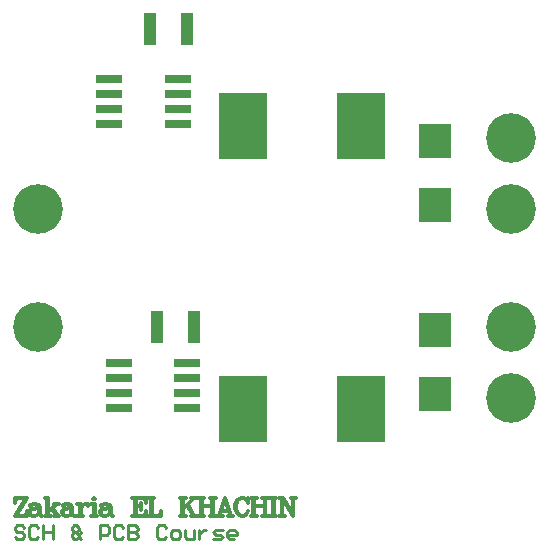
<source format=gts>
G04*
G04 #@! TF.GenerationSoftware,Altium Limited,Altium Designer,19.1.7 (138)*
G04*
G04 Layer_Color=8388736*
%FSLAX44Y44*%
%MOMM*%
G71*
G01*
G75*
%ADD16C,0.3000*%
%ADD17C,0.2500*%
%ADD18R,2.3032X0.8032*%
%ADD19R,2.7532X2.9532*%
%ADD20R,1.1032X2.7032*%
%ADD21R,4.0532X5.7032*%
%ADD22C,4.2032*%
D16*
X39432Y55237D02*
X30000Y40000D01*
X40158Y55237D02*
X30726Y40000D01*
Y55237D02*
X30000Y50883D01*
Y55237D01*
X40158D01*
X30000Y40000D02*
X40158D01*
Y44353D01*
X39432Y40000D01*
X43858Y48707D02*
Y47981D01*
X43133D01*
Y48707D01*
X43858Y49432D01*
X45309Y50158D01*
X48211D01*
X49663Y49432D01*
X50388Y48707D01*
X51114Y47256D01*
Y42177D01*
X51839Y40725D01*
X52565Y40000D01*
X50388Y48707D02*
Y42177D01*
X51114Y40725D01*
X52565Y40000D01*
X53290D01*
X50388Y47256D02*
X49663Y46530D01*
X45309Y45805D01*
X43133Y45079D01*
X42407Y43628D01*
Y42177D01*
X43133Y40725D01*
X45309Y40000D01*
X47486D01*
X48937Y40725D01*
X50388Y42177D01*
X45309Y45805D02*
X43858Y45079D01*
X43133Y43628D01*
Y42177D01*
X43858Y40725D01*
X45309Y40000D01*
X57644Y55237D02*
Y40000D01*
X58369Y55237D02*
Y40000D01*
X65625Y50158D02*
X58369Y42902D01*
X61997Y45805D02*
X66350Y40000D01*
X61272Y45805D02*
X65625Y40000D01*
X55467Y55237D02*
X58369D01*
X63448Y50158D02*
X67802D01*
X55467Y40000D02*
X60546D01*
X63448D02*
X67802D01*
X71284Y48707D02*
Y47981D01*
X70559D01*
Y48707D01*
X71284Y49432D01*
X72735Y50158D01*
X75638D01*
X77089Y49432D01*
X77814Y48707D01*
X78540Y47256D01*
Y42177D01*
X79265Y40725D01*
X79991Y40000D01*
X77814Y48707D02*
Y42177D01*
X78540Y40725D01*
X79991Y40000D01*
X80717D01*
X77814Y47256D02*
X77089Y46530D01*
X72735Y45805D01*
X70559Y45079D01*
X69833Y43628D01*
Y42177D01*
X70559Y40725D01*
X72735Y40000D01*
X74912D01*
X76363Y40725D01*
X77814Y42177D01*
X72735Y45805D02*
X71284Y45079D01*
X70559Y43628D01*
Y42177D01*
X71284Y40725D01*
X72735Y40000D01*
X85070Y50158D02*
Y40000D01*
X85795Y50158D02*
Y40000D01*
Y45805D02*
X86521Y47981D01*
X87972Y49432D01*
X89423Y50158D01*
X91600D01*
X92325Y49432D01*
Y48707D01*
X91600Y47981D01*
X90874Y48707D01*
X91600Y49432D01*
X82893Y50158D02*
X85795D01*
X82893Y40000D02*
X87972D01*
X96824Y55237D02*
X96098Y54511D01*
X96824Y53786D01*
X97549Y54511D01*
X96824Y55237D01*
Y50158D02*
Y40000D01*
X97549Y50158D02*
Y40000D01*
X94647Y50158D02*
X97549D01*
X94647Y40000D02*
X99726D01*
X103934Y48707D02*
Y47981D01*
X103209D01*
Y48707D01*
X103934Y49432D01*
X105386Y50158D01*
X108288D01*
X109739Y49432D01*
X110464Y48707D01*
X111190Y47256D01*
Y42177D01*
X111916Y40725D01*
X112641Y40000D01*
X110464Y48707D02*
Y42177D01*
X111190Y40725D01*
X112641Y40000D01*
X113367D01*
X110464Y47256D02*
X109739Y46530D01*
X105386Y45805D01*
X103209Y45079D01*
X102483Y43628D01*
Y42177D01*
X103209Y40725D01*
X105386Y40000D01*
X107562D01*
X109013Y40725D01*
X110464Y42177D01*
X105386Y45805D02*
X103934Y45079D01*
X103209Y43628D01*
Y42177D01*
X103934Y40725D01*
X105386Y40000D01*
X131433Y55237D02*
Y40000D01*
X132159Y55237D02*
Y40000D01*
X136512Y50883D02*
Y45079D01*
X129256Y55237D02*
X140865D01*
Y50883D01*
X140140Y55237D01*
X132159Y47981D02*
X136512D01*
X129256Y40000D02*
X140865D01*
Y44353D01*
X140140Y40000D01*
X145146Y55237D02*
Y40000D01*
X145872Y55237D02*
Y40000D01*
X142970Y55237D02*
X148048D01*
X142970Y40000D02*
X153853D01*
Y44353D01*
X153127Y40000D01*
X171919Y55237D02*
Y40000D01*
X172645Y55237D02*
Y40000D01*
X182077Y55237D02*
X172645Y45805D01*
X176273Y48707D02*
X182077Y40000D01*
X175547Y48707D02*
X181352Y40000D01*
X169743Y55237D02*
X174821D01*
X179175D02*
X183528D01*
X169743Y40000D02*
X174821D01*
X179175D02*
X183528D01*
X187591Y55237D02*
Y40000D01*
X188317Y55237D02*
Y40000D01*
X197024Y55237D02*
Y40000D01*
X197749Y55237D02*
Y40000D01*
X185415Y55237D02*
X190494D01*
X194847D02*
X199926D01*
X188317Y47981D02*
X197024D01*
X185415Y40000D02*
X190494D01*
X194847D02*
X199926D01*
X208270Y55237D02*
X203191Y40000D01*
X208270Y55237D02*
X213349Y40000D01*
X208270Y53060D02*
X212623Y40000D01*
X204642Y44353D02*
X211172D01*
X201740Y40000D02*
X206093D01*
X210446D02*
X214800D01*
X226917Y53060D02*
X227642Y50883D01*
Y55237D01*
X226917Y53060D01*
X225466Y54511D01*
X223289Y55237D01*
X221838D01*
X219661Y54511D01*
X218210Y53060D01*
X217484Y51609D01*
X216759Y49432D01*
Y45805D01*
X217484Y43628D01*
X218210Y42177D01*
X219661Y40725D01*
X221838Y40000D01*
X223289D01*
X225466Y40725D01*
X226917Y42177D01*
X227642Y43628D01*
X221838Y55237D02*
X220387Y54511D01*
X218936Y53060D01*
X218210Y51609D01*
X217484Y49432D01*
Y45805D01*
X218210Y43628D01*
X218936Y42177D01*
X220387Y40725D01*
X221838Y40000D01*
X231996Y55237D02*
Y40000D01*
X232721Y55237D02*
Y40000D01*
X241428Y55237D02*
Y40000D01*
X242153Y55237D02*
Y40000D01*
X229819Y55237D02*
X234898D01*
X239251D02*
X244330D01*
X232721Y47981D02*
X241428D01*
X229819Y40000D02*
X234898D01*
X239251D02*
X244330D01*
X248321Y55237D02*
Y40000D01*
X249046Y55237D02*
Y40000D01*
X246144Y55237D02*
X251223D01*
X246144Y40000D02*
X251223D01*
X256157Y55237D02*
Y40000D01*
X256882Y55237D02*
X265589Y41451D01*
X256882Y53786D02*
X265589Y40000D01*
Y55237D02*
Y40000D01*
X253980Y55237D02*
X256882D01*
X263412D02*
X267766D01*
X253980Y40000D02*
X258333D01*
D17*
X37997Y29997D02*
X35998Y31996D01*
X31999D01*
X30000Y29997D01*
Y27997D01*
X31999Y25998D01*
X35998D01*
X37997Y23999D01*
Y21999D01*
X35998Y20000D01*
X31999D01*
X30000Y21999D01*
X49994Y29997D02*
X47994Y31996D01*
X43995D01*
X41996Y29997D01*
Y21999D01*
X43995Y20000D01*
X47994D01*
X49994Y21999D01*
X53992Y31996D02*
Y20000D01*
Y25998D01*
X61990D01*
Y31996D01*
Y20000D01*
X85982D02*
X83982Y21999D01*
X81983Y20000D01*
X79984D01*
X77984Y21999D01*
Y23999D01*
X79984Y25998D01*
X77984Y27997D01*
Y29997D01*
X79984Y31996D01*
X81983D01*
X83982Y29997D01*
Y27997D01*
X81983Y25998D01*
X83982Y23999D01*
Y21999D01*
X85982Y25998D02*
X83982Y23999D01*
X79984Y25998D02*
X81983D01*
X101977Y20000D02*
Y31996D01*
X107975D01*
X109974Y29997D01*
Y25998D01*
X107975Y23999D01*
X101977D01*
X121970Y29997D02*
X119971Y31996D01*
X115972D01*
X113973Y29997D01*
Y21999D01*
X115972Y20000D01*
X119971D01*
X121970Y21999D01*
X125969Y31996D02*
Y20000D01*
X131967D01*
X133966Y21999D01*
Y23999D01*
X131967Y25998D01*
X125969D01*
X131967D01*
X133966Y27997D01*
Y29997D01*
X131967Y31996D01*
X125969D01*
X157959Y29997D02*
X155959Y31996D01*
X151960D01*
X149961Y29997D01*
Y21999D01*
X151960Y20000D01*
X155959D01*
X157959Y21999D01*
X163957Y20000D02*
X167955D01*
X169955Y21999D01*
Y25998D01*
X167955Y27997D01*
X163957D01*
X161957Y25998D01*
Y21999D01*
X163957Y20000D01*
X173953Y27997D02*
Y21999D01*
X175953Y20000D01*
X181951D01*
Y27997D01*
X185949D02*
Y20000D01*
Y23999D01*
X187949Y25998D01*
X189948Y27997D01*
X191947D01*
X197946Y20000D02*
X203944D01*
X205943Y21999D01*
X203944Y23999D01*
X199945D01*
X197946Y25998D01*
X199945Y27997D01*
X205943D01*
X215940Y20000D02*
X211941D01*
X209942Y21999D01*
Y25998D01*
X211941Y27997D01*
X215940D01*
X217939Y25998D01*
Y23999D01*
X209942D01*
D18*
X118000Y169050D02*
D03*
Y156350D02*
D03*
Y143650D02*
D03*
Y130950D02*
D03*
X176000Y169050D02*
D03*
Y156350D02*
D03*
Y143650D02*
D03*
Y130950D02*
D03*
X168000Y371950D02*
D03*
Y384650D02*
D03*
Y397350D02*
D03*
Y410050D02*
D03*
X110000Y371950D02*
D03*
Y384650D02*
D03*
Y397350D02*
D03*
Y410050D02*
D03*
D19*
X386000Y303000D02*
D03*
Y357000D02*
D03*
Y197000D02*
D03*
Y143000D02*
D03*
D20*
X144500Y452000D02*
D03*
X175500D02*
D03*
X150500Y200000D02*
D03*
X181500D02*
D03*
D21*
X223250Y130000D02*
D03*
X322750D02*
D03*
X322750Y370000D02*
D03*
X223250D02*
D03*
D22*
X450000Y200000D02*
D03*
Y360000D02*
D03*
Y300000D02*
D03*
X50000D02*
D03*
Y200000D02*
D03*
X450000Y140000D02*
D03*
M02*

</source>
